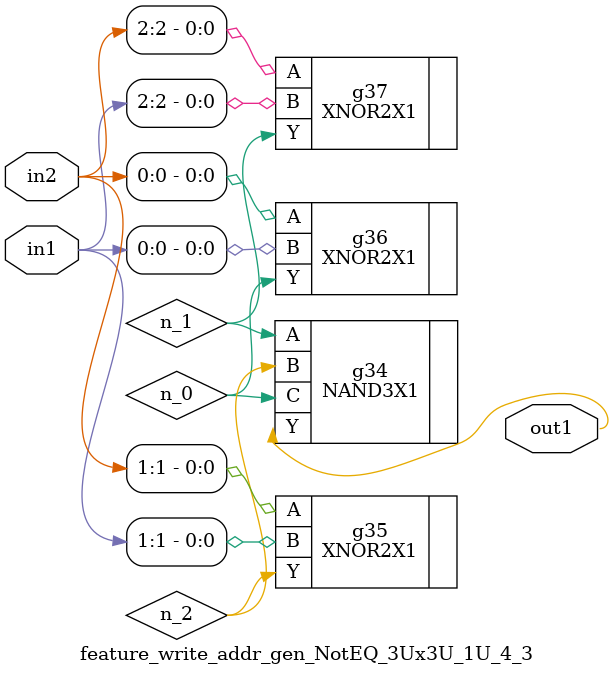
<source format=v>
`timescale 1ps / 1ps


module feature_write_addr_gen_NotEQ_3Ux3U_1U_4_3(in2, in1, out1);
  input [2:0] in2, in1;
  output out1;
  wire [2:0] in2, in1;
  wire out1;
  wire n_0, n_1, n_2;
  NAND3X1 g34(.A (n_1), .B (n_2), .C (n_0), .Y (out1));
  XNOR2X1 g35(.A (in2[1]), .B (in1[1]), .Y (n_2));
  XNOR2X1 g37(.A (in2[2]), .B (in1[2]), .Y (n_1));
  XNOR2X1 g36(.A (in2[0]), .B (in1[0]), .Y (n_0));
endmodule



</source>
